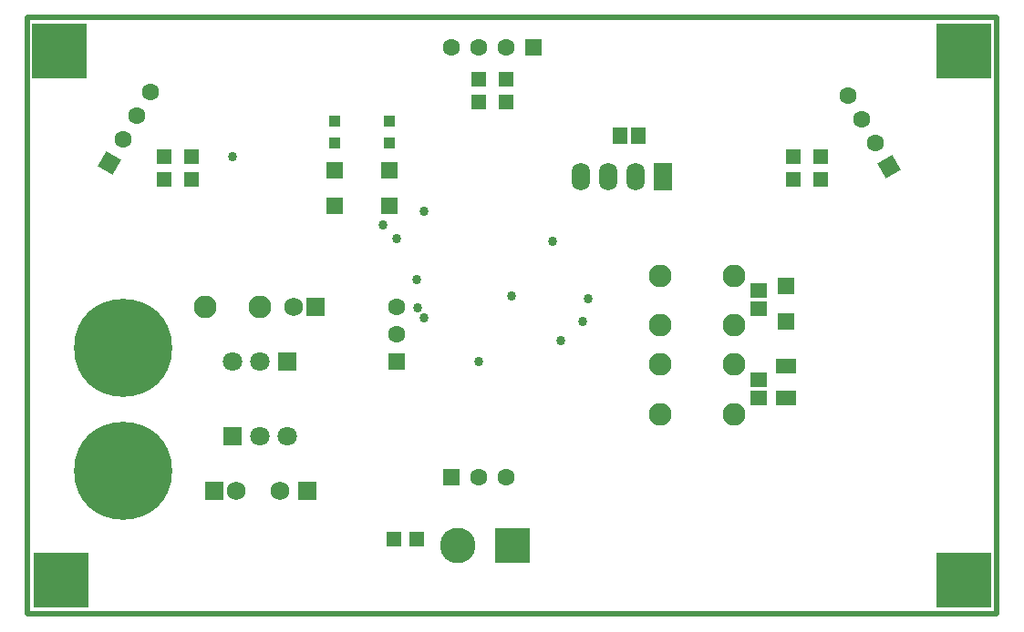
<source format=gts>
G04*
G04 #@! TF.GenerationSoftware,Altium Limited,Altium Designer,19.1.5 (86)*
G04*
G04 Layer_Color=8388736*
%FSLAX25Y25*%
%MOIN*%
G70*
G01*
G75*
%ADD14C,0.02000*%
%ADD22R,0.06400X0.06400*%
%ADD23R,0.05400X0.05400*%
%ADD24R,0.07487X0.05518*%
%ADD25R,0.03943X0.03943*%
%ADD26R,0.06306X0.05518*%
%ADD27R,0.05518X0.06306*%
%ADD28R,0.05400X0.05400*%
%ADD29C,0.07093*%
%ADD30R,0.07093X0.07093*%
%ADD31O,0.06699X0.10243*%
%ADD32R,0.06699X0.10243*%
%ADD33C,0.06306*%
%ADD34R,0.06306X0.06306*%
%ADD35C,0.35833*%
%ADD36R,0.06800X0.06800*%
%ADD37C,0.06800*%
%ADD38C,0.08300*%
%ADD39C,0.12998*%
%ADD40R,0.12998X0.12998*%
%ADD41P,0.08917X4X165.0*%
%ADD42R,0.06306X0.06306*%
%ADD43P,0.08917X4X105.0*%
%ADD44R,0.20085X0.20085*%
%ADD45R,0.20085X0.20085*%
%ADD46C,0.03400*%
D14*
X0Y276000D02*
X354500D01*
X-0Y57500D02*
X0Y276000D01*
X-0Y57500D02*
X354500D01*
X354500Y276000D01*
D22*
X277500Y177500D02*
D03*
Y164500D02*
D03*
X112500Y220000D02*
D03*
Y207000D02*
D03*
X132500Y220000D02*
D03*
Y207000D02*
D03*
D23*
X142500Y85000D02*
D03*
X134100D02*
D03*
D24*
X277500Y136791D02*
D03*
Y148209D02*
D03*
D25*
X132500Y238120D02*
D03*
Y230000D02*
D03*
X112500Y238120D02*
D03*
Y230000D02*
D03*
D26*
X267500Y175847D02*
D03*
Y169153D02*
D03*
Y136653D02*
D03*
Y143347D02*
D03*
D27*
X223346Y232500D02*
D03*
X216653D02*
D03*
D28*
X50000Y216600D02*
D03*
Y225000D02*
D03*
X165000Y253400D02*
D03*
Y245000D02*
D03*
X290000Y225000D02*
D03*
Y216600D02*
D03*
X60000Y225000D02*
D03*
Y216600D02*
D03*
X175000Y245000D02*
D03*
Y253400D02*
D03*
X280000Y216600D02*
D03*
Y225000D02*
D03*
D29*
X95000Y122500D02*
D03*
X85000D02*
D03*
X75000Y150000D02*
D03*
X85000D02*
D03*
D30*
X75000Y122500D02*
D03*
X95000Y150000D02*
D03*
D31*
X202500Y217500D02*
D03*
X212500D02*
D03*
X222500D02*
D03*
D32*
X232500D02*
D03*
D33*
X135000Y170000D02*
D03*
Y160000D02*
D03*
X300000Y247321D02*
D03*
X305000Y238660D02*
D03*
X310000Y230000D02*
D03*
X165000Y107500D02*
D03*
X175000D02*
D03*
X45000Y248660D02*
D03*
X40000Y240000D02*
D03*
X35000Y231340D02*
D03*
X155000Y265000D02*
D03*
X165000D02*
D03*
X175000D02*
D03*
D34*
X135000Y150000D02*
D03*
D35*
X35000Y110000D02*
D03*
Y155000D02*
D03*
D36*
X102500Y102500D02*
D03*
X105374Y170000D02*
D03*
X68563Y102500D02*
D03*
D37*
X92500D02*
D03*
X97500Y170000D02*
D03*
X76437Y102500D02*
D03*
D38*
X85000Y170000D02*
D03*
X65000D02*
D03*
X231260Y130787D02*
D03*
Y148898D02*
D03*
X258425D02*
D03*
Y130787D02*
D03*
X231260Y163287D02*
D03*
Y181398D02*
D03*
X258425D02*
D03*
Y163287D02*
D03*
D39*
X157500Y82500D02*
D03*
D40*
X177500D02*
D03*
D41*
X315000Y221340D02*
D03*
D42*
X155000Y107500D02*
D03*
X185000Y265000D02*
D03*
D43*
X30000Y222679D02*
D03*
D44*
X11811Y263779D02*
D03*
X12500Y70000D02*
D03*
X342520Y263779D02*
D03*
D45*
X342500Y70000D02*
D03*
D46*
X205000Y173000D02*
D03*
X177000Y174000D02*
D03*
X195000Y157500D02*
D03*
X203039Y164539D02*
D03*
X192000Y194000D02*
D03*
X135000Y195000D02*
D03*
X145000Y165871D02*
D03*
X142899Y169601D02*
D03*
X165000Y150000D02*
D03*
X142500Y180000D02*
D03*
X75000Y225000D02*
D03*
X130000Y200000D02*
D03*
X145000Y205000D02*
D03*
M02*

</source>
